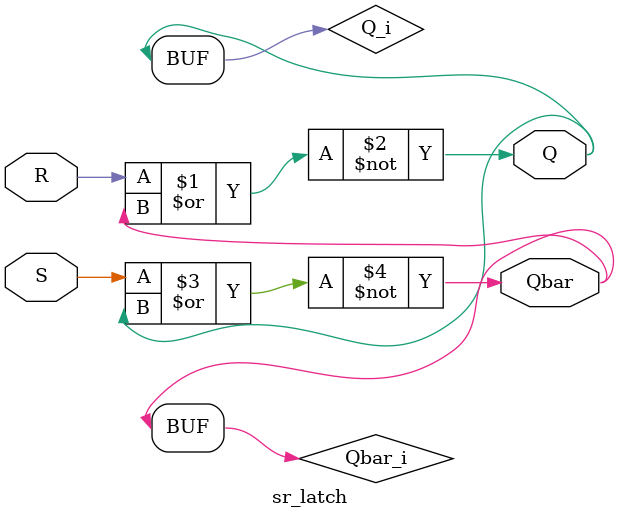
<source format=v>
module sr_latch(
    input R,
    input S,
    output Q,
    output Qbar
    );
    assign #2 Q_i = Q; 
    assign #2 Qbar_i = Qbar; 
    assign #2 Q = ~ (R | Qbar); 
    assign #2 Qbar = ~ (S | Q); 
endmodule


</source>
